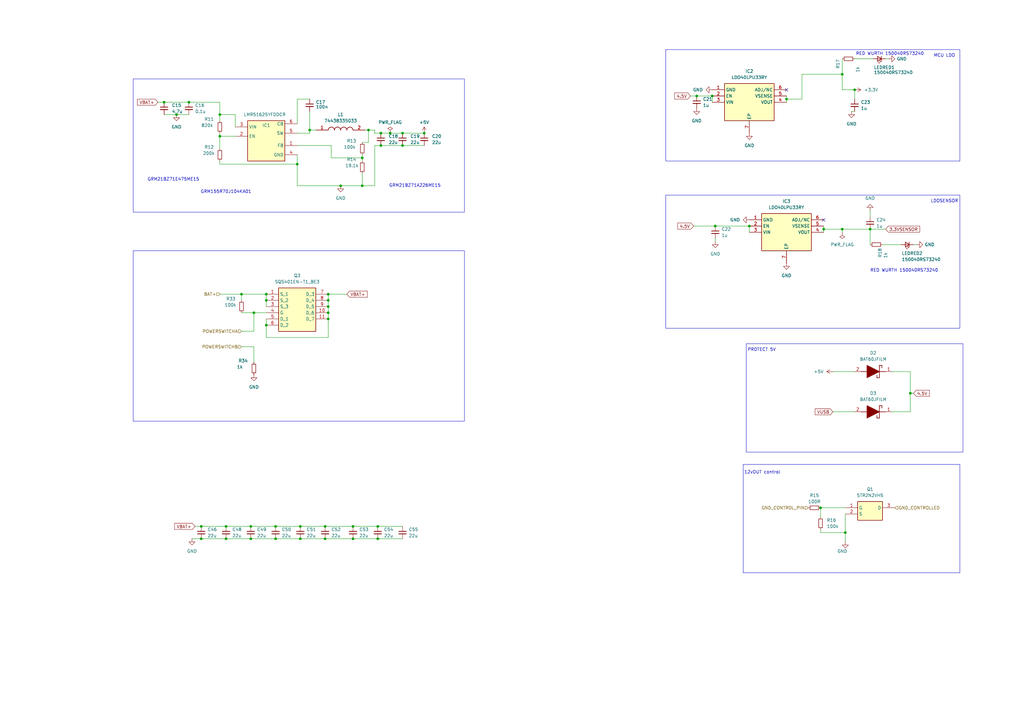
<source format=kicad_sch>
(kicad_sch (version 20250114) (generator "eeschema") (generator_version "9.0")
  (paper "A3")
  (lib_symbols
    (symbol "Device:C_Small" (pin_numbers (hide yes)) (pin_names (offset 0.254) (hide yes))
      (property "Reference" "C" (at 0.254 1.778 0))
      (property "Value" "C_Small" (at 0.254 -2.032 0))
      (symbol "C_Small_0_1"
        (polyline (pts (xy -1.524 0.508) (xy 1.524 0.508)) (stroke (width 0.3048)))
        (polyline (pts (xy -1.524 -0.508) (xy 1.524 -0.508)) (stroke (width 0.3302)))
      )
      (symbol "C_Small_1_1"
        (pin passive line (at 0 2.54 270) (length 2.032) (name "~") (number "1"))
        (pin passive line (at 0 -2.54 90) (length 2.032) (name "~") (number "2"))
      )
    )
    (symbol "Device:R_Small" (pin_numbers (hide yes)) (pin_names (offset 0.254) (hide yes))
      (property "Reference" "R" (at 0.762 0.508 0))
      (property "Value" "R_Small" (at 0.762 -1.016 0))
      (symbol "R_Small_0_1"
        (rectangle (start -0.762 1.778) (end 0.762 -1.778) (stroke (width 0.2032)))
      )
      (symbol "R_Small_1_1"
        (pin passive line (at 0 2.54 270) (length 0.762) (name "~") (number "1"))
        (pin passive line (at 0 -2.54 90) (length 0.762) (name "~") (number "2"))
      )
    )
    (symbol "LED_Small_2" (pin_numbers (hide yes)) (pin_names (offset 0.254) (hide yes))
      (property "Reference" "D" (at -1.27 3.175 0))
      (property "Value" "LED_Small" (at -4.445 -2.54 0))
      (symbol "LED_Small_2_0_1"
        (polyline (pts (xy -0.762 -1.016) (xy -0.762 1.016)) (stroke (width 0.254)))
        (polyline (pts (xy 0 0.762) (xy -0.508 1.27) (xy -0.254 1.27) (xy -0.508 1.27) (xy -0.508 1.016)))
        (polyline (pts (xy 0.508 1.27) (xy 0 1.778) (xy 0.254 1.778) (xy 0 1.778) (xy 0 1.524)))
        (polyline (pts (xy 0.762 -1.016) (xy -0.762 0) (xy 0.762 1.016) (xy 0.762 -1.016)) (stroke (width 0.254)))
        (polyline (pts (xy 1.016 0) (xy -0.762 0)))
      )
      (symbol "LED_Small_2_1_1"
        (pin passive line (at -2.54 0 0) (length 1.778) (name "K") (number "1"))
        (pin passive line (at 2.54 0 180) (length 1.778) (name "A") (number "2"))
      )
    )
    (symbol "LED_Small_3" (pin_numbers (hide yes)) (pin_names (offset 0.254) (hide yes))
      (property "Reference" "D" (at -1.27 3.175 0))
      (property "Value" "LED_Small" (at -4.445 -2.54 0))
      (symbol "LED_Small_3_0_1"
        (polyline (pts (xy -0.762 -1.016) (xy -0.762 1.016)) (stroke (width 0.254)))
        (polyline (pts (xy 0 0.762) (xy -0.508 1.27) (xy -0.254 1.27) (xy -0.508 1.27) (xy -0.508 1.016)))
        (polyline (pts (xy 0.508 1.27) (xy 0 1.778) (xy 0.254 1.778) (xy 0 1.778) (xy 0 1.524)))
        (polyline (pts (xy 0.762 -1.016) (xy -0.762 0) (xy 0.762 1.016) (xy 0.762 -1.016)) (stroke (width 0.254)))
        (polyline (pts (xy 1.016 0) (xy -0.762 0)))
      )
      (symbol "LED_Small_3_1_1"
        (pin passive line (at -2.54 0 0) (length 1.778) (name "K") (number "1"))
        (pin passive line (at 2.54 0 180) (length 1.778) (name "A") (number "2"))
      )
    )
    (symbol "ldo40puryy:LDO40LPU33RY"
      (property "Reference" "IC" (at 26.67 7.62 0))
      (property "Value" "LDO40LPU33RY" (at 26.67 5.08 0))
      (symbol "LDO40LPU33RY_1_1"
        (rectangle (start 5.08 2.54) (end 25.4 -12.7) (stroke (width 0.254)) (fill (type background)))
        (pin passive line (at 0 0 0) (length 5.08) (name "GND") (number "1"))
        (pin passive line (at 0 -2.54 0) (length 5.08) (name "EN") (number "2"))
        (pin passive line (at 0 -5.08 0) (length 5.08) (name "VIN") (number "3"))
        (pin passive line (at 15.24 -17.78 90) (length 5.08) (name "EP") (number "7"))
        (pin passive line (at 30.48 0 180) (length 5.08) (name "ADJ/NC") (number "6"))
        (pin passive line (at 30.48 -2.54 180) (length 5.08) (name "VSENSE") (number "5"))
        (pin passive line (at 30.48 -5.08 180) (length 5.08) (name "VOUT") (number "4"))
      )
    )
    (symbol "power:+3.3V" (power) (pin_numbers (hide yes)) (pin_names (offset 0) (hide yes))
      (property "Value" "+3.3V" (at 0 3.556 0))
      (symbol "+3.3V_0_1"
        (polyline (pts (xy -0.762 1.27) (xy 0 2.54)))
        (polyline (pts (xy 0 2.54) (xy 0.762 1.27)))
        (polyline (pts (xy 0 0) (xy 0 2.54)))
      )
      (symbol "+3.3V_1_1"
        (pin power_in line (at 0 0 90) (length 0) (name "~") (number "1"))
      )
    )
    (symbol "power:+5V" (power) (pin_numbers (hide yes)) (pin_names (offset 0) (hide yes))
      (property "Value" "+5V" (at 0 3.556 0))
      (symbol "+5V_0_1"
        (polyline (pts (xy -0.762 1.27) (xy 0 2.54)))
        (polyline (pts (xy 0 2.54) (xy 0.762 1.27)))
        (polyline (pts (xy 0 0) (xy 0 2.54)))
      )
      (symbol "+5V_1_1"
        (pin power_in line (at 0 0 90) (length 0) (name "~") (number "1"))
      )
    )
    (symbol "power:GND" (power) (pin_numbers (hide yes)) (pin_names (offset 0) (hide yes))
      (property "Value" "GND" (at 0 -3.81 0))
      (symbol "GND_0_1"
        (polyline (pts (xy 0 0) (xy 0 -1.27) (xy 1.27 -1.27) (xy 0 -2.54) (xy -1.27 -1.27) (xy 0 -1.27)))
      )
      (symbol "GND_1_1"
        (pin power_in line (at 0 0 270) (length 0) (name "~") (number "1"))
      )
    )
    (symbol "power:PWR_FLAG" (power) (pin_numbers (hide yes)) (pin_names (offset 0) (hide yes))
      (property "Value" "PWR_FLAG" (at 0 3.81 0))
      (symbol "PWR_FLAG_0_0"
        (pin power_out line (at 0 0 90) (length 0) (name "~") (number "1"))
      )
      (symbol "PWR_FLAG_0_1"
        (polyline (pts (xy 0 0) (xy 0 1.27) (xy -1.016 1.905) (xy 0 2.54) (xy 1.016 1.905) (xy 0 1.27)))
      )
    )
    (symbol "samacsys:74438335033" (pin_names (hide yes))
      (property "Reference" "L" (at 16.51 6.35 0))
      (property "Value" "74438335033" (at 16.51 3.81 0))
      (symbol "74438335033_1_1"
        (arc (start 5.08 0) (mid 6.35 1.219) (end 7.62 0) (stroke (width 0.254)))
        (arc (start 7.62 0) (mid 8.89 1.219) (end 10.16 0) (stroke (width 0.254)))
        (arc (start 10.16 0) (mid 11.43 1.219) (end 12.7 0) (stroke (width 0.254)))
        (arc (start 12.7 0) (mid 13.97 1.219) (end 15.24 0) (stroke (width 0.254)))
        (pin passive line (at 0 0 0) (length 5.08) (name "1") (number "1"))
        (pin passive line (at 20.32 0 180) (length 5.08) (name "2") (number "2"))
      )
    )
    (symbol "samacsys:BAT60JFILM" (pin_names (hide yes))
      (property "Reference" "D" (at 12.7 8.89 0))
      (property "Value" "BAT60JFILM" (at 12.7 6.35 0))
      (symbol "BAT60JFILM_1_1"
        (polyline (pts (xy 5.08 0) (xy 7.62 0)) (stroke (width 0.254)))
        (polyline (pts (xy 6.604 -1.524) (xy 6.604 -2.54)) (stroke (width 0.254)))
        (polyline (pts (xy 7.62 2.54) (xy 7.62 -2.54)) (stroke (width 0.254)))
        (polyline (pts (xy 7.62 2.54) (xy 8.636 2.54)) (stroke (width 0.254)))
        (polyline (pts (xy 7.62 0) (xy 12.7 2.54) (xy 12.7 -2.54) (xy 7.62 0)) (stroke (width 0.254)) (fill (type outline)))
        (polyline (pts (xy 7.62 -2.54) (xy 6.604 -2.54)) (stroke (width 0.254)))
        (polyline (pts (xy 8.636 1.524) (xy 8.636 2.54)) (stroke (width 0.254)))
        (polyline (pts (xy 12.7 0) (xy 15.24 0)) (stroke (width 0.254)))
        (pin passive line (at 2.54 0 0) (length 2.54) (name "K") (number "1"))
        (pin passive line (at 17.78 0 180) (length 2.54) (name "A") (number "2"))
      )
    )
    (symbol "samacsys:LMR51625YFDDCR"
      (property "Reference" "IC" (at 11.43 15.24 0))
      (property "Value" "LMR51625YFDDCR" (at 5.08 12.7 0))
      (symbol "LMR51625YFDDCR_1_1"
        (rectangle (start 5.08 8.89) (end 20.32 -7.62) (stroke (width 0.254)) (fill (type background)))
        (pin passive line (at 0 6.35 0) (length 5.08) (name "VIN") (number "3"))
        (pin passive line (at 0 2.54 0) (length 5.08) (name "EN") (number "2"))
        (pin passive line (at 25.4 7.62 180) (length 5.08) (name "CB") (number "6"))
        (pin passive line (at 25.4 3.81 180) (length 5.08) (name "SW") (number "5"))
        (pin passive line (at 25.4 -1.27 180) (length 5.08) (name "FB") (number "1"))
        (pin passive line (at 25.4 -5.08 180) (length 5.08) (name "GND") (number "4"))
      )
    )
    (symbol "samacsys:SQS401EN-T1_BE3"
      (property "Reference" "Q" (at 21.59 7.62 0))
      (property "Value" "SQS401EN-T1_BE3" (at 21.59 5.08 0))
      (symbol "SQS401EN-T1_BE3_1_1"
        (rectangle (start 5.08 2.54) (end 20.32 -15.24) (stroke (width 0.254)) (fill (type background)))
        (pin passive line (at 0 0 0) (length 5.08) (name "S_1") (number "1"))
        (pin passive line (at 0 -2.54 0) (length 5.08) (name "S_2") (number "2"))
        (pin passive line (at 0 -5.08 0) (length 5.08) (name "S_3") (number "3"))
        (pin passive line (at 0 -7.62 0) (length 5.08) (name "G") (number "4"))
        (pin passive line (at 0 -10.16 0) (length 5.08) (name "D_1") (number "5"))
        (pin passive line (at 0 -12.7 0) (length 5.08) (name "D_2") (number "6"))
        (pin passive line (at 25.4 0 180) (length 5.08) (name "D_3") (number "7"))
        (pin passive line (at 25.4 -2.54 180) (length 5.08) (name "D_4") (number "8"))
        (pin passive line (at 25.4 -5.08 180) (length 5.08) (name "D_5") (number "9"))
        (pin passive line (at 25.4 -7.62 180) (length 5.08) (name "D_6") (number "10"))
        (pin passive line (at 25.4 -10.16 180) (length 5.08) (name "D_7") (number "11"))
      )
    )
    (symbol "samacsys:STR2N2VH5"
      (property "Reference" "Q" (at 16.51 7.62 0))
      (property "Value" "STR2N2VH5" (at 16.51 5.08 0))
      (symbol "STR2N2VH5_1_1"
        (rectangle (start 5.08 2.54) (end 15.24 -5.08) (stroke (width 0.254)) (fill (type background)))
        (pin passive line (at 0 0 0) (length 5.08) (name "G") (number "1"))
        (pin passive line (at 0 -2.54 0) (length 5.08) (name "S") (number "2"))
        (pin passive line (at 20.32 0 180) (length 5.08) (name "D") (number "3"))
      )
    )
  )
  (rectangle (start 54.61 32.385) (end 190.5 86.995))
  (rectangle (start 306.07 140.97) (end 394.97 185.42))
  (rectangle (start 54.61 102.87) (end 190.5 172.72))
  (rectangle (start 304.8 190.5) (end 393.7 234.95))
  (rectangle (start 273.05 20.32) (end 393.7 66.04))
  (rectangle (start 273.05 80.01) (end 393.7 134.62))
  (text "GRM21BZ71E475ME15\n" (at 71.12 73.66 0) (effects (font (size 1.27 1.27))))
  (text "GRM21BZ71A226ME15" (at 170.18 76.2 0) (effects (font (size 1.27 1.27))))
  (text "RED WURTH 150040RS73240" (at 364.998 22.098 0) (effects (font (size 1.27 1.27))))
  (text "LDOSENSOR" (at 387.35 82.55 0) (effects (font (size 1.27 1.27))))
  (text "RED WURTH 150040RS73240" (at 370.84 110.998 0) (effects (font (size 1.27 1.27))))
  (text "MCU LDO" (at 387.35 22.86 0) (effects (font (size 1.27 1.27))))
  (text "PROTECT 5V" (at 312.42 143.51 0) (effects (font (size 1.27 1.27))))
  (text "GRM155R70J104KA01\n" (at 92.71 78.74 0) (effects (font (size 1.27 1.27))))
  (text "12vOUT control" (at 312.674 193.04 0) (effects (font (size 1.27 1.27)) (justify top)))
  (junction (at 293.37 92.71))
  (junction (at 173.99 54.61))
  (junction (at 134.62 123.19))
  (junction (at 90.17 55.88))
  (junction (at 337.82 93.98))
  (junction (at 92.71 220.98))
  (junction (at 307.34 92.71))
  (junction (at 134.62 120.65))
  (junction (at 99.06 120.65))
  (junction (at 148.59 76.2))
  (junction (at 121.92 67.31))
  (junction (at 139.7 76.2))
  (junction (at 104.14 128.27))
  (junction (at 151.13 53.34))
  (junction (at 134.62 125.73))
  (junction (at 154.94 220.98))
  (junction (at 336.55 208.28))
  (junction (at 165.1 59.69))
  (junction (at 109.22 133.35))
  (junction (at 67.31 41.91))
  (junction (at 154.94 215.9))
  (junction (at 90.17 46.99))
  (junction (at 102.87 220.98))
  (junction (at 148.59 64.77))
  (junction (at 356.87 93.98))
  (junction (at 123.19 215.9))
  (junction (at 144.78 215.9))
  (junction (at 102.87 215.9))
  (junction (at 134.62 128.27))
  (junction (at 156.21 54.61))
  (junction (at 373.38 161.29))
  (junction (at 156.21 59.69))
  (junction (at 109.22 123.19))
  (junction (at 346.71 218.44))
  (junction (at 133.35 215.9))
  (junction (at 160.02 54.61))
  (junction (at 350.52 36.83))
  (junction (at 322.58 40.64))
  (junction (at 82.55 220.98))
  (junction (at 92.71 215.9))
  (junction (at 82.55 215.9))
  (junction (at 109.22 120.65))
  (junction (at 123.19 220.98))
  (junction (at 72.39 46.99))
  (junction (at 144.78 220.98))
  (junction (at 113.03 215.9))
  (junction (at 292.1 39.37))
  (junction (at 113.03 220.98))
  (junction (at 285.75 39.37))
  (junction (at 133.35 220.98))
  (junction (at 345.44 93.98))
  (junction (at 165.1 54.61))
  (junction (at 77.47 41.91))
  (junction (at 127 53.34))
  (junction (at 134.62 130.81))
  (junction (at 345.44 30.48))
  (no_connect (at 322.58 36.83))
  (no_connect (at 337.82 90.17))
  (wire (pts (xy 144.78 220.98) (xy 154.94 220.98)))
  (wire (pts (xy 341.63 168.91) (xy 350.52 168.91)))
  (wire (pts (xy 293.37 92.71) (xy 307.34 92.71)))
  (wire (pts (xy 90.17 55.88) (xy 96.52 55.88)))
  (wire (pts (xy 134.62 120.65) (xy 134.62 123.19)))
  (wire (pts (xy 96.52 46.99) (xy 96.52 52.07)))
  (wire (pts (xy 67.31 46.99) (xy 72.39 46.99)))
  (wire (pts (xy 99.06 120.65) (xy 99.06 123.19)))
  (wire (pts (xy 90.17 120.65) (xy 99.06 120.65)))
  (wire (pts (xy 104.14 128.27) (xy 104.14 135.89)))
  (wire (pts (xy 104.14 142.24) (xy 104.14 148.59)))
  (wire (pts (xy 148.59 76.2) (xy 153.67 76.2)))
  (wire (pts (xy 373.38 168.91) (xy 373.38 161.29)))
  (wire (pts (xy 151.13 58.42) (xy 151.13 53.34)))
  (wire (pts (xy 361.95 100.33) (xy 369.57 100.33)))
  (wire (pts (xy 90.17 67.31) (xy 90.17 66.04)))
  (wire (pts (xy 374.65 100.33) (xy 375.92 100.33)))
  (wire (pts (xy 151.13 53.34) (xy 153.67 53.34)))
  (wire (pts (xy 148.59 64.77) (xy 148.59 66.04)))
  (wire (pts (xy 337.82 93.98) (xy 337.82 95.25)))
  (wire (pts (xy 346.71 208.28) (xy 336.55 208.28)))
  (wire (pts (xy 82.55 215.9) (xy 92.71 215.9)))
  (wire (pts (xy 365.76 168.91) (xy 373.38 168.91)))
  (wire (pts (xy 173.99 59.69) (xy 165.1 59.69)))
  (wire (pts (xy 328.93 40.64) (xy 328.93 30.48)))
  (wire (pts (xy 90.17 67.31) (xy 121.92 67.31)))
  (wire (pts (xy 134.62 138.43) (xy 134.62 130.81)))
  (wire (pts (xy 153.67 53.34) (xy 153.67 54.61)))
  (wire (pts (xy 346.71 210.82) (xy 346.71 218.44)))
  (wire (pts (xy 77.47 41.91) (xy 90.17 41.91)))
  (wire (pts (xy 292.1 39.37) (xy 292.1 41.91)))
  (wire (pts (xy 356.87 93.98) (xy 356.87 100.33)))
  (wire (pts (xy 336.55 208.28) (xy 336.55 212.09)))
  (wire (pts (xy 139.7 76.2) (xy 148.59 76.2)))
  (wire (pts (xy 121.92 63.5) (xy 121.92 67.31)))
  (wire (pts (xy 135.89 64.77) (xy 148.59 64.77)))
  (wire (pts (xy 99.06 142.24) (xy 104.14 142.24)))
  (wire (pts (xy 104.14 128.27) (xy 99.06 128.27)))
  (wire (pts (xy 90.17 46.99) (xy 96.52 46.99)))
  (wire (pts (xy 92.71 215.9) (xy 102.87 215.9)))
  (wire (pts (xy 154.94 220.98) (xy 165.1 220.98)))
  (wire (pts (xy 341.63 152.4) (xy 350.52 152.4)))
  (wire (pts (xy 123.19 220.98) (xy 133.35 220.98)))
  (wire (pts (xy 345.44 36.83) (xy 350.52 36.83)))
  (wire (pts (xy 109.22 130.81) (xy 109.22 133.35)))
  (wire (pts (xy 322.58 40.64) (xy 322.58 41.91)))
  (wire (pts (xy 90.17 41.91) (xy 90.17 46.99)))
  (wire (pts (xy 374.65 161.29) (xy 373.38 161.29)))
  (wire (pts (xy 127 53.34) (xy 129.54 53.34)))
  (wire (pts (xy 90.17 55.88) (xy 90.17 60.96)))
  (wire (pts (xy 336.55 218.44) (xy 336.55 217.17)))
  (wire (pts (xy 123.19 215.9) (xy 133.35 215.9)))
  (wire (pts (xy 148.59 58.42) (xy 151.13 58.42)))
  (wire (pts (xy 99.06 135.89) (xy 104.14 135.89)))
  (wire (pts (xy 356.87 93.98) (xy 363.22 93.98)))
  (wire (pts (xy 154.94 215.9) (xy 165.1 215.9)))
  (wire (pts (xy 134.62 123.19) (xy 134.62 125.73)))
  (wire (pts (xy 109.22 128.27) (xy 104.14 128.27)))
  (wire (pts (xy 142.24 120.65) (xy 134.62 120.65)))
  (wire (pts (xy 102.87 220.98) (xy 113.03 220.98)))
  (wire (pts (xy 356.87 88.9) (xy 356.87 86.36)))
  (wire (pts (xy 153.67 54.61) (xy 156.21 54.61)))
  (wire (pts (xy 109.22 123.19) (xy 109.22 125.73)))
  (wire (pts (xy 165.1 54.61) (xy 173.99 54.61)))
  (wire (pts (xy 350.52 24.13) (xy 358.14 24.13)))
  (wire (pts (xy 149.86 53.34) (xy 151.13 53.34)))
  (wire (pts (xy 337.82 93.98) (xy 345.44 93.98)))
  (wire (pts (xy 80.01 215.9) (xy 82.55 215.9)))
  (wire (pts (xy 349.25 45.72) (xy 350.52 45.72)))
  (wire (pts (xy 307.34 92.71) (xy 307.34 95.25)))
  (wire (pts (xy 134.62 128.27) (xy 134.62 130.81)))
  (wire (pts (xy 99.06 120.65) (xy 109.22 120.65)))
  (wire (pts (xy 121.92 59.69) (xy 135.89 59.69)))
  (wire (pts (xy 109.22 120.65) (xy 109.22 123.19)))
  (wire (pts (xy 156.21 59.69) (xy 153.67 59.69)))
  (wire (pts (xy 72.39 46.99) (xy 77.47 46.99)))
  (wire (pts (xy 113.03 215.9) (xy 123.19 215.9)))
  (wire (pts (xy 345.44 36.83) (xy 345.44 30.48)))
  (wire (pts (xy 350.52 36.83) (xy 350.52 40.64)))
  (wire (pts (xy 102.87 215.9) (xy 113.03 215.9)))
  (wire (pts (xy 346.71 222.25) (xy 346.71 218.44)))
  (wire (pts (xy 144.78 215.9) (xy 154.94 215.9)))
  (wire (pts (xy 365.76 152.4) (xy 373.38 152.4)))
  (wire (pts (xy 127 45.72) (xy 127 53.34)))
  (wire (pts (xy 322.58 40.64) (xy 328.93 40.64)))
  (wire (pts (xy 64.77 41.91) (xy 67.31 41.91)))
  (wire (pts (xy 285.75 39.37) (xy 292.1 39.37)))
  (wire (pts (xy 148.59 71.12) (xy 148.59 76.2)))
  (wire (pts (xy 82.55 220.98) (xy 92.71 220.98)))
  (wire (pts (xy 160.02 54.61) (xy 165.1 54.61)))
  (wire (pts (xy 78.74 220.98) (xy 82.55 220.98)))
  (wire (pts (xy 113.03 220.98) (xy 123.19 220.98)))
  (wire (pts (xy 346.71 218.44) (xy 336.55 218.44)))
  (wire (pts (xy 90.17 54.61) (xy 90.17 55.88)))
  (wire (pts (xy 127 54.61) (xy 127 53.34)))
  (wire (pts (xy 284.48 92.71) (xy 293.37 92.71)))
  (wire (pts (xy 121.92 40.64) (xy 121.92 50.8)))
  (wire (pts (xy 67.31 41.91) (xy 77.47 41.91)))
  (wire (pts (xy 148.59 63.5) (xy 148.59 64.77)))
  (wire (pts (xy 345.44 93.98) (xy 345.44 95.25)))
  (wire (pts (xy 373.38 152.4) (xy 373.38 161.29)))
  (wire (pts (xy 156.21 54.61) (xy 160.02 54.61)))
  (wire (pts (xy 293.37 97.79) (xy 293.37 99.06)))
  (wire (pts (xy 345.44 24.13) (xy 345.44 30.48)))
  (wire (pts (xy 139.7 76.2) (xy 121.92 76.2)))
  (wire (pts (xy 121.92 67.31) (xy 121.92 76.2)))
  (wire (pts (xy 283.21 39.37) (xy 285.75 39.37)))
  (wire (pts (xy 133.35 215.9) (xy 144.78 215.9)))
  (wire (pts (xy 92.71 220.98) (xy 102.87 220.98)))
  (wire (pts (xy 133.35 220.98) (xy 144.78 220.98)))
  (wire (pts (xy 134.62 125.73) (xy 134.62 128.27)))
  (wire (pts (xy 337.82 92.71) (xy 337.82 93.98)))
  (wire (pts (xy 121.92 54.61) (xy 127 54.61)))
  (wire (pts (xy 90.17 46.99) (xy 90.17 49.53)))
  (wire (pts (xy 153.67 59.69) (xy 153.67 76.2)))
  (wire (pts (xy 328.93 30.48) (xy 345.44 30.48)))
  (wire (pts (xy 121.92 40.64) (xy 127 40.64)))
  (wire (pts (xy 165.1 59.69) (xy 156.21 59.69)))
  (wire (pts (xy 322.58 39.37) (xy 322.58 40.64)))
  (wire (pts (xy 109.22 133.35) (xy 109.22 138.43)))
  (wire (pts (xy 345.44 93.98) (xy 356.87 93.98)))
  (wire (pts (xy 109.22 138.43) (xy 134.62 138.43)))
  (wire (pts (xy 135.89 59.69) (xy 135.89 64.77)))
  (wire (pts (xy 363.22 24.13) (xy 364.49 24.13)))
  (global_label "VBAT+" (shape input) (at 142.24 120.65 0) (property "Intersheetrefs" "${INTERSHEET_REFS}" (effects (hide yes))))
  (global_label "VUSB" (shape input) (at 341.63 168.91 180) (property "Intersheetrefs" "${INTERSHEET_REFS}" (effects (hide yes))))
  (global_label "VBAT+" (shape input) (at 80.01 215.9 180) (property "Intersheetrefs" "${INTERSHEET_REFS}" (effects (hide yes))))
  (global_label "VBAT+" (shape input) (at 64.77 41.91 180) (property "Intersheetrefs" "${INTERSHEET_REFS}" (effects (hide yes))))
  (global_label "4.5V" (shape input) (at 283.21 39.37 180) (property "Intersheetrefs" "${INTERSHEET_REFS}" (effects (hide yes))))
  (global_label "3.3VSENSOR" (shape input) (at 363.22 93.98 0) (property "Intersheetrefs" "${INTERSHEET_REFS}" (effects (hide yes))))
  (global_label "4.5V" (shape input) (at 284.48 92.71 180) (property "Intersheetrefs" "${INTERSHEET_REFS}" (effects (hide yes))))
  (global_label "4.5V" (shape input) (at 374.65 161.29 0) (property "Intersheetrefs" "${INTERSHEET_REFS}" (effects (hide yes))))
  (hierarchical_label "GND_CONTROLLED" (shape input) (at 367.03 208.28 0))
  (hierarchical_label "GND_CONTROL_PIN" (shape input) (at 331.47 208.28 180))
  (hierarchical_label "BAT+" (shape input) (at 90.17 120.65 180))
  (hierarchical_label "POWERSWITCHB" (shape input) (at 99.06 142.24 180))
  (hierarchical_label "POWERSWITCHA" (shape input) (at 99.06 135.89 180))
  (symbol (lib_id "Device:R_Small") (at 148.59 68.58 0) (unit 1)
    (property "Reference" "R14" (at 142.24 65.405 0) (effects (justify left)))
    (property "Value" "19.1k" (at 141.605 67.945 0) (effects (justify left)))
    (property "Footprint" "samacsys:R_0201_custom" (effects (hide yes)))
    (property "Description" "Resistor, small symbol" (effects (hide yes)))
  )
  (symbol (lib_id "Device:R_Small") (at 336.55 214.63 0) (unit 1)
    (property "Reference" "R16" (at 339.09 213.3599 0) (effects (justify left)))
    (property "Value" "100k" (at 339.09 215.8999 0) (effects (justify left)))
    (property "Footprint" "samacsys:R_0201_custom" (effects (hide yes)))
    (property "Description" "Resistor, small symbol" (effects (hide yes)))
    (property "Manufacturer_Part_Number" "ERJ-1GNF1003C" (effects (hide yes)))
    (property "Mouser Part Number" "667-ERJ-1GNF1003C" (effects (hide yes)))
    (property "Manufacturer_Name" "Panasonic" (effects (hide yes)))
  )
  (symbol (lib_id "Device:R_Small") (at 148.59 60.96 0) (unit 1)
    (property "Reference" "R13" (at 142.24 57.785 0) (effects (justify left)))
    (property "Value" "100k" (at 140.97 60.325 0) (effects (justify left)))
    (property "Footprint" "Resistor_SMD:R_0201_0603Metric" (effects (hide yes)))
    (property "Description" "Resistor, small symbol" (effects (hide yes)))
  )
  (symbol (lib_id "power:GND") (at 356.87 86.36 180) (unit 1)
    (property "Reference" "#PWR032" (effects (hide yes)))
    (property "Value" "GND" (at 356.87 81.28 0))
    (property "Description" "Power symbol creates a global label with name \"GND\" , ground" (effects (hide yes)))
  )
  (symbol (lib_id "power:GND") (at 349.25 45.72 0) (unit 1)
    (property "Reference" "#PWR030" (effects (hide yes)))
    (property "Value" "GND" (at 349.25 50.8 0))
    (property "Description" "Power symbol creates a global label with name \"GND\" , ground" (effects (hide yes)))
  )
  (symbol (lib_id "Device:C_Small") (at 154.94 218.44 0) (unit 1)
    (property "Reference" "C54" (at 157.48 217.1762 0) (effects (justify left)))
    (property "Value" "22u" (at 157.48 219.7162 0) (effects (justify left)))
    (property "Footprint" "Capacitor_SMD:C_0805_2012Metric" (effects (hide yes)))
    (property "Description" "Unpolarized capacitor, small symbol" (effects (hide yes)))
  )
  (symbol (lib_id "power:GND") (at 285.75 44.45 0) (unit 1)
    (property "Reference" "#PWR022" (effects (hide yes)))
    (property "Value" "GND" (at 285.75 49.53 0))
    (property "Description" "Power symbol creates a global label with name \"GND\" , ground" (effects (hide yes)))
  )
  (symbol (lib_id "Device:R_Small") (at 90.17 52.07 0) (unit 1)
    (property "Reference" "R11" (at 83.82 48.895 0) (effects (justify left)))
    (property "Value" "820k" (at 82.55 51.435 0) (effects (justify left)))
    (property "Footprint" "Resistor_SMD:R_0201_0603Metric" (effects (hide yes)))
    (property "Description" "Resistor, small symbol" (effects (hide yes)))
  )
  (symbol (lib_id "samacsys:BAT60JFILM") (at 368.3 168.91 180) (unit 1)
    (property "Reference" "D3" (at 358.14 161.29 0))
    (property "Value" "BAT60JFILM" (at 358.14 163.83 0))
    (property "Footprint" "samacsys:SOD2513X117N" (effects (hide yes)))
    (property "Datasheet" "https://www.mouser.jp/datasheet/2/389/cd00001944-1795661.pdf" (effects (hide yes)))
    (property "Description" "SMALL SIGNAL SCHOTTKY DIODE" (effects (hide yes)))
    (property "Height" "1.17" (effects (hide yes)))
    (property "Mouser Part Number" "511-BAT60JFILM" (effects (hide yes)))
    (property "Mouser Price/Stock" "https://www.mouser.co.uk/ProductDetail/STMicroelectronics/BAT60JFILM?qs=GnFZssByvVVVnMaukcyLZg%3D%3D" (effects (hide yes)))
    (property "Manufacturer_Name" "STMicroelectronics" (effects (hide yes)))
    (property "Manufacturer_Part_Number" "BAT60JFILM" (effects (hide yes)))
  )
  (symbol (lib_id "Device:R_Small") (at 90.17 63.5 0) (unit 1)
    (property "Reference" "R12" (at 83.82 60.325 0) (effects (justify left)))
    (property "Value" "200k" (at 83.185 62.865 0) (effects (justify left)))
    (property "Footprint" "samacsys:R_0201_custom" (effects (hide yes)))
    (property "Description" "Resistor, small symbol" (effects (hide yes)))
  )
  (symbol (lib_id "Device:C_Small") (at 293.37 95.25 0) (unit 1)
    (property "Reference" "C22" (at 295.91 93.9862 0) (effects (justify left)))
    (property "Value" "1u" (at 295.91 96.5262 0) (effects (justify left)))
    (property "Footprint" "Capacitor_SMD:C_0402_1005Metric" (effects (hide yes)))
    (property "Description" "Unpolarized capacitor, small symbol" (effects (hide yes)))
    (property "Manufacturer_Part_Number" "885012105012 " (effects (hide yes)))
    (property "Mouser Part Number" "710-885012105012 " (effects (hide yes)))
    (property "Manufacturer_Name" "Wurth Elektronik" (effects (hide yes)))
  )
  (symbol (lib_id "Device:C_Small") (at 285.75 41.91 0) (unit 1)
    (property "Reference" "C21" (at 288.29 40.6462 0) (effects (justify left)))
    (property "Value" "1u" (at 288.29 43.1862 0) (effects (justify left)))
    (property "Footprint" "Capacitor_SMD:C_0402_1005Metric" (effects (hide yes)))
    (property "Description" "Unpolarized capacitor, small symbol" (effects (hide yes)))
    (property "Manufacturer_Part_Number" "885012105012 " (effects (hide yes)))
    (property "Mouser Part Number" "710-885012105012 " (effects (hide yes)))
    (property "Manufacturer_Name" "Wurth Elektronik" (effects (hide yes)))
  )
  (symbol (lib_id "power:+3.3V") (at 350.52 36.83 270) (unit 1)
    (property "Reference" "#PWR031" (effects (hide yes)))
    (property "Value" "+3.3V" (at 354.33 36.8299 90) (effects (justify left)))
    (property "Description" "Power symbol creates a global label with name \"+3.3V\"" (effects (hide yes)))
  )
  (symbol (lib_id "Device:C_Small") (at 102.87 218.44 0) (unit 1)
    (property "Reference" "C49" (at 105.41 217.1762 0) (effects (justify left)))
    (property "Value" "22u" (at 105.41 219.7162 0) (effects (justify left)))
    (property "Footprint" "Capacitor_SMD:C_0805_2012Metric" (effects (hide yes)))
    (property "Description" "Unpolarized capacitor, small symbol" (effects (hide yes)))
  )
  (symbol (lib_id "power:GND") (at 307.34 90.17 270) (unit 1)
    (property "Reference" "#PWR026" (effects (hide yes)))
    (property "Value" "GND" (at 303.53 90.1699 90) (effects (justify right)))
    (property "Description" "Power symbol creates a global label with name \"GND\" , ground" (effects (hide yes)))
  )
  (symbol (lib_id "power:GND") (at 364.49 24.13 90) (unit 1)
    (property "Reference" "#PWR033" (effects (hide yes)))
    (property "Value" "GND" (at 367.792 24.1299 90) (effects (justify right)))
    (property "Description" "Power symbol creates a global label with name \"GND\" , ground" (effects (hide yes)))
  )
  (symbol (lib_id "Device:R_Small") (at 359.41 100.33 90) (unit 1)
    (property "Reference" "R18" (at 360.934 105.664 0) (effects (justify left)))
    (property "Value" "1k" (at 363.22 105.918 0) (effects (justify left)))
    (property "Footprint" "samacsys:R_0201_custom" (effects (hide yes)))
    (property "Description" "Resistor, small symbol" (effects (hide yes)))
    (property "Manufacturer_Part_Number" "ERJ-1GNF1001C" (effects (hide yes)))
    (property "Mouser Part Number" " 667-ERJ-1GNF1001C" (effects (hide yes)))
    (property "Manufacturer_Name" "Panasonic" (effects (hide yes)))
  )
  (symbol (lib_id "ldo40puryy:LDO40LPU33RY") (at 307.34 90.17 0) (unit 1)
    (property "Reference" "IC3" (at 322.58 82.55 0))
    (property "Value" "LDO40LPU33RY" (at 322.58 85.09 0))
    (property "Footprint" "samacsys:SON95P300X300X90-7N-D" (effects (hide yes)))
    (property "Datasheet" "https://www.st.com/resource/en/datasheet/ldo40l.pdf" (effects (hide yes)))
    (property "Description" "LDO Voltage Regulators POWER MANAGEMENT" (effects (hide yes)))
    (property "Height" "0.9" (effects (hide yes)))
    (property "Manufacturer_Name" "STMicroelectronics" (effects (hide yes)))
    (property "Manufacturer_Part_Number" "LDO40LPU33RY" (effects (hide yes)))
    (property "Mouser Part Number" "511-LDO40LPU33RY" (effects (hide yes)))
    (property "Mouser Price/Stock" "https://www.mouser.co.uk/ProductDetail/STMicroelectronics/LDO40LPU33RY?qs=qSfuJ%252Bfl%2Fd5qazWclm%2Ffpg%3D%3D" (effects (hide yes)))
    (property "Arrow Part Number" "LDO40LPU33RY" (effects (hide yes)))
    (property "Arrow Price/Stock" "https://www.arrow.com/en/products/ldo40lpu33ry/stmicroelectronics?utm_currency=USD&region=europe" (effects (hide yes)))
  )
  (symbol (lib_id "Device:C_Small") (at 144.78 218.44 0) (unit 1)
    (property "Reference" "C53" (at 147.32 217.1762 0) (effects (justify left)))
    (property "Value" "22u" (at 147.32 219.7162 0) (effects (justify left)))
    (property "Footprint" "Capacitor_SMD:C_0805_2012Metric" (effects (hide yes)))
    (property "Description" "Unpolarized capacitor, small symbol" (effects (hide yes)))
  )
  (symbol (lib_id "Device:R_Small") (at 334.01 208.28 90) (unit 1)
    (property "Reference" "R15" (at 334.01 203.2 90))
    (property "Value" "100R" (at 334.01 205.74 90))
    (property "Footprint" "Resistor_SMD:R_0201_0603Metric" (effects (hide yes)))
    (property "Description" "Resistor, small symbol" (effects (hide yes)))
    (property "Manufacturer_Part_Number" "ERJ-1GNF1000C" (effects (hide yes)))
    (property "Manufacturer_Name" "Panasonic" (effects (hide yes)))
    (property "Mouser Part Number" "667-ERJ-1GNF1000C" (effects (hide yes)))
  )
  (symbol (lib_id "Device:C_Small") (at 123.19 218.44 0) (unit 1)
    (property "Reference" "C51" (at 125.73 217.1762 0) (effects (justify left)))
    (property "Value" "22u" (at 125.73 219.7162 0) (effects (justify left)))
    (property "Footprint" "Capacitor_SMD:C_0805_2012Metric" (effects (hide yes)))
    (property "Description" "Unpolarized capacitor, small symbol" (effects (hide yes)))
  )
  (symbol (lib_id "power:GND") (at 375.92 100.33 90) (unit 1)
    (property "Reference" "#PWR034" (effects (hide yes)))
    (property "Value" "GND" (at 379.222 100.3299 90) (effects (justify right)))
    (property "Description" "Power symbol creates a global label with name \"GND\" , ground" (effects (hide yes)))
  )
  (symbol (lib_id "Device:C_Small") (at 77.47 44.45 0) (unit 1)
    (property "Reference" "C16" (at 80.01 43.1862 0) (effects (justify left)))
    (property "Value" "0.1u" (at 80.01 45.7262 0) (effects (justify left)))
    (property "Footprint" "Capacitor_SMD:C_0402_1005Metric" (effects (hide yes)))
    (property "Description" "Unpolarized capacitor, small symbol" (effects (hide yes)))
  )
  (symbol (lib_id "Device:C_Small") (at 156.21 57.15 0) (unit 1)
    (property "Reference" "C18" (at 159.385 55.8862 0) (effects (justify left)))
    (property "Value" "22u" (at 159.385 58.4262 0) (effects (justify left)))
    (property "Footprint" "Capacitor_SMD:C_0805_2012Metric" (effects (hide yes)))
    (property "Description" "Unpolarized capacitor, small symbol" (effects (hide yes)))
  )
  (symbol (lib_id "Device:R_Small") (at 347.98 24.13 90) (unit 1)
    (property "Reference" "R17" (at 343.662 28.194 0) (effects (justify left)))
    (property "Value" "1k" (at 351.79 29.718 0) (effects (justify left)))
    (property "Footprint" "Resistor_SMD:R_0201_0603Metric" (effects (hide yes)))
    (property "Description" "Resistor, small symbol" (effects (hide yes)))
    (property "Manufacturer_Part_Number" "ERJ-1GNF1001C" (effects (hide yes)))
    (property "Mouser Part Number" " 667-ERJ-1GNF1001C" (effects (hide yes)))
    (property "Manufacturer_Name" "Panasonic" (effects (hide yes)))
  )
  (symbol (lib_id "Device:C_Small") (at 113.03 218.44 0) (unit 1)
    (property "Reference" "C50" (at 115.57 217.1762 0) (effects (justify left)))
    (property "Value" "22u" (at 115.57 219.7162 0) (effects (justify left)))
    (property "Footprint" "Capacitor_SMD:C_0805_2012Metric" (effects (hide yes)))
    (property "Description" "Unpolarized capacitor, small symbol" (effects (hide yes)))
  )
  (symbol (lib_id "Device:C_Small") (at 165.1 57.15 0) (unit 1)
    (property "Reference" "C19" (at 168.275 55.8862 0) (effects (justify left)))
    (property "Value" "22u" (at 168.275 58.4262 0) (effects (justify left)))
    (property "Footprint" "Capacitor_SMD:C_0805_2012Metric" (effects (hide yes)))
    (property "Description" "Unpolarized capacitor, small symbol" (effects (hide yes)))
  )
  (symbol (lib_id "Device:R_Small") (at 104.14 151.13 0) (unit 1)
    (property "Reference" "R34" (at 97.79 147.955 0) (effects (justify left)))
    (property "Value" "1k" (at 97.155 150.495 0) (effects (justify left)))
    (property "Footprint" "samacsys:R_0201_custom" (effects (hide yes)))
    (property "Description" "Resistor, small symbol" (effects (hide yes)))
  )
  (symbol (lib_id "power:PWR_FLAG") (at 160.02 54.61 0) (unit 1)
    (property "Reference" "#FLG03" (effects (hide yes)))
    (property "Value" "PWR_FLAG" (at 160.02 50.165 0))
    (property "Description" "Special symbol for telling ERC where power comes from" (effects (hide yes)))
  )
  (symbol (lib_id "Device:C_Small") (at 173.99 57.15 0) (unit 1)
    (property "Reference" "C20" (at 177.165 55.8862 0) (effects (justify left)))
    (property "Value" "22u" (at 177.165 58.4262 0) (effects (justify left)))
    (property "Footprint" "Capacitor_SMD:C_0805_2012Metric" (effects (hide yes)))
    (property "Description" "Unpolarized capacitor, small symbol" (effects (hide yes)))
  )
  (symbol (lib_id "power:GND") (at 346.71 222.25 0) (unit 1)
    (property "Reference" "#PWR029" (effects (hide yes)))
    (property "Value" "GND" (at 345.44 226.06 0))
    (property "Description" "Power symbol creates a global label with name \"GND\" , ground" (effects (hide yes)))
  )
  (symbol (lib_id "Device:C_Small") (at 350.52 43.18 0) (unit 1)
    (property "Reference" "C23" (at 353.06 41.9162 0) (effects (justify left)))
    (property "Value" "1u" (at 353.06 44.4562 0) (effects (justify left)))
    (property "Footprint" "Capacitor_SMD:C_0402_1005Metric" (effects (hide yes)))
    (property "Description" "Unpolarized capacitor, small symbol" (effects (hide yes)))
    (property "Manufacturer_Part_Number" "885012105012 " (effects (hide yes)))
    (property "Mouser Part Number" "710-885012105012 " (effects (hide yes)))
    (property "Manufacturer_Name" "Wurth Elektronik" (effects (hide yes)))
  )
  (symbol (lib_id "samacsys:STR2N2VH5") (at 346.71 208.28 0) (unit 1)
    (property "Reference" "Q1" (at 356.87 200.66 0))
    (property "Value" "STR2N2VH5" (at 356.87 203.2 0))
    (property "Footprint" "samacsys:SOT95P255X140-3N" (effects (hide yes)))
    (property "Datasheet" "http://www.st.com/web/en/resource/technical/document/datasheet/DM00068028.pdf" (effects (hide yes)))
    (property "Description" "STMICROELECTRONICS - STR2N2VH5 - Power MOSFET, N Channel, 20 V, 2.3 A, 0.025 ohm, SOT-23, Surface Mount" (effects (hide yes)))
    (property "Height" "1.4" (effects (hide yes)))
    (property "Manufacturer_Name" "STMicroelectronics" (effects (hide yes)))
    (property "Manufacturer_Part_Number" "STR2N2VH5" (effects (hide yes)))
    (property "Mouser Part Number" "511-STR2N2VH5" (effects (hide yes)))
    (property "Mouser Price/Stock" "https://www.mouser.co.uk/ProductDetail/STMicroelectronics/STR2N2VH5?qs=DqCdCwOw4%2F7ywJ4pldZRmw%3D%3D" (effects (hide yes)))
    (property "Arrow Part Number" "STR2N2VH5" (effects (hide yes)))
    (property "Arrow Price/Stock" "https://www.arrow.com/en/products/str2n2vh5/stmicroelectronics?region=europe" (effects (hide yes)))
  )
  (symbol (lib_id "samacsys:LMR51625YFDDCR") (at 96.52 58.42 0) (unit 1)
    (property "Reference" "IC1" (at 109.22 51.435 0))
    (property "Value" "LMR51625YFDDCR" (at 108.585 46.99 0))
    (property "Footprint" "samacsys:SOT95P280X110-6N" (effects (hide yes)))
    (property "Datasheet" "https://www.mouser.kr/ProductDetail/Texas-Instruments/LMR51625YFDDCR?qs=efUn273yAhe0Di9PgWnVVg%3D%3D" (effects (hide yes)))
    (property "Description" "Functional Safety-Capable  Documentation available to aid functional safety system design  Configured for rugged industrial applications:  4.3V to 60V input voltage range  2.5A or 3.5A continuous output current  Low operating quiescent current of 29uA  70ns minimum switching on time  400kHz amd 1.1MHz switching frequency  Frequency spread spectrum (PFM variant)  40C to 150C junction temperature range  96% maximum duty cycle  Monotonic start-up with prebiased output  Short-circu" (effects (hide yes)))
    (property "Height" "1.1" (effects (hide yes)))
    (property "Manufacturer_Name" "Texas Instruments" (effects (hide yes)))
    (property "Manufacturer_Part_Number" "LMR51625YFDDCR" (effects (hide yes)))
    (property "Mouser Part Number" "595-LMR51625YFDDCR" (effects (hide yes)))
    (property "Mouser Price/Stock" "https://www.mouser.co.uk/ProductDetail/Texas-Instruments/LMR51625YFDDCR?qs=efUn273yAhe0Di9PgWnVVg%3D%3D" (effects (hide yes)))
    (property "Arrow Part Number" "LMR51625YFDDCR" (effects (hide yes)))
    (property "Arrow Price/Stock" "https://www.arrow.com/en/products/lmr51625yfddcr/texas-instruments?utm_currency=USD&region=nac" (effects (hide yes)))
  )
  (symbol (lib_id "power:+5V") (at 173.99 54.61 0) (unit 1)
    (property "Reference" "#PWR021" (effects (hide yes)))
    (property "Value" "+5V" (at 173.99 50.165 0))
    (property "Description" "Power symbol creates a global label with name \"+5V\"" (effects (hide yes)))
  )
  (symbol (lib_id "Device:C_Small") (at 92.71 218.44 0) (unit 1)
    (property "Reference" "C48" (at 95.25 217.1762 0) (effects (justify left)))
    (property "Value" "22u" (at 95.25 219.7162 0) (effects (justify left)))
    (property "Footprint" "Capacitor_SMD:C_0805_2012Metric" (effects (hide yes)))
    (property "Description" "Unpolarized capacitor, small symbol" (effects (hide yes)))
  )
  (symbol (lib_id "ldo40puryy:LDO40LPU33RY") (at 292.1 36.83 0) (unit 1)
    (property "Reference" "IC2" (at 307.34 29.21 0))
    (property "Value" "LDO40LPU33RY" (at 307.34 31.75 0))
    (property "Footprint" "samacsys:SON95P300X300X90-7N-D" (effects (hide yes)))
    (property "Datasheet" "https://www.st.com/resource/en/datasheet/ldo40l.pdf" (effects (hide yes)))
    (property "Description" "LDO Voltage Regulators POWER MANAGEMENT" (effects (hide yes)))
    (property "Height" "0.9" (effects (hide yes)))
    (property "Manufacturer_Name" "STMicroelectronics" (effects (hide yes)))
    (property "Manufacturer_Part_Number" "LDO40LPU33RY" (effects (hide yes)))
    (property "Mouser Part Number" "511-LDO40LPU33RY" (effects (hide yes)))
    (property "Mouser Price/Stock" "https://www.mouser.co.uk/ProductDetail/STMicroelectronics/LDO40LPU33RY?qs=qSfuJ%252Bfl%2Fd5qazWclm%2Ffpg%3D%3D" (effects (hide yes)))
    (property "Arrow Part Number" "LDO40LPU33RY" (effects (hide yes)))
    (property "Arrow Price/Stock" "https://www.arrow.com/en/products/ldo40lpu33ry/stmicroelectronics?utm_currency=USD&region=europe" (effects (hide yes)))
  )
  (symbol (lib_id "power:GND") (at 307.34 54.61 0) (unit 1)
    (property "Reference" "#PWR025" (effects (hide yes)))
    (property "Value" "GND" (at 307.34 59.69 0))
    (property "Description" "Power symbol creates a global label with name \"GND\" , ground" (effects (hide yes)))
  )
  (symbol (lib_name "LED_Small_3") (lib_id "Device:LED_Small") (at 372.11 100.33 180) (unit 1)
    (property "Reference" "LEDRED2" (at 369.824 103.886 0) (effects (justify right)))
    (property "Value" "150040RS73240" (at 369.824 106.426 0) (effects (justify right)))
    (property "Footprint" "LED_SMD:LED_0402_1005Metric" (effects (hide yes)))
    (property "Description" "Light emitting diode, small symbol" (effects (hide yes)))
    (property "Sim.Pin" "1=K 2=A" (effects (hide yes)))
    (property "Manufacturer_Name" "Wurth Elektronik" (effects (hide yes)))
    (property "Manufacturer_Part_Number" "150040RS73240" (effects (hide yes)))
    (property "Mouser Part Number" "710-150040RS73240" (effects (hide yes)))
  )
  (symbol (lib_id "power:GND") (at 78.74 220.98 0) (unit 1)
    (property "Reference" "#PWR038" (effects (hide yes)))
    (property "Value" "GND" (at 78.74 226.06 0))
    (property "Description" "Power symbol creates a global label with name \"GND\" , ground" (effects (hide yes)))
  )
  (symbol (lib_id "power:GND") (at 104.14 153.67 0) (unit 1)
    (property "Reference" "#PWR076" (effects (hide yes)))
    (property "Value" "GND" (at 104.14 158.75 0))
    (property "Description" "Power symbol creates a global label with name \"GND\" , ground" (effects (hide yes)))
  )
  (symbol (lib_id "power:GND") (at 139.7 76.2 0) (unit 1)
    (property "Reference" "#PWR020" (effects (hide yes)))
    (property "Value" "GND" (at 139.7 81.28 0))
    (property "Description" "Power symbol creates a global label with name \"GND\" , ground" (effects (hide yes)))
  )
  (symbol (lib_id "power:PWR_FLAG") (at 345.44 95.25 180) (unit 1)
    (property "Reference" "#FLG04" (effects (hide yes)))
    (property "Value" "PWR_FLAG" (at 345.44 100.33 0))
    (property "Description" "Special symbol for telling ERC where power comes from" (effects (hide yes)))
  )
  (symbol (lib_id "samacsys:BAT60JFILM") (at 368.3 152.4 180) (unit 1)
    (property "Reference" "D2" (at 358.14 144.78 0))
    (property "Value" "BAT60JFILM" (at 358.14 147.32 0))
    (property "Footprint" "samacsys:SOD2513X117N" (effects (hide yes)))
    (property "Datasheet" "https://www.mouser.jp/datasheet/2/389/cd00001944-1795661.pdf" (effects (hide yes)))
    (property "Description" "SMALL SIGNAL SCHOTTKY DIODE" (effects (hide yes)))
    (property "Height" "1.17" (effects (hide yes)))
    (property "Mouser Part Number" "511-BAT60JFILM" (effects (hide yes)))
    (property "Mouser Price/Stock" "https://www.mouser.co.uk/ProductDetail/STMicroelectronics/BAT60JFILM?qs=GnFZssByvVVVnMaukcyLZg%3D%3D" (effects (hide yes)))
    (property "Manufacturer_Name" "STMicroelectronics" (effects (hide yes)))
    (property "Manufacturer_Part_Number" "BAT60JFILM" (effects (hide yes)))
  )
  (symbol (lib_id "power:GND") (at 293.37 99.06 0) (unit 1)
    (property "Reference" "#PWR024" (effects (hide yes)))
    (property "Value" "GND" (at 293.37 104.14 0))
    (property "Description" "Power symbol creates a global label with name \"GND\" , ground" (effects (hide yes)))
  )
  (symbol (lib_id "Device:C_Small") (at 356.87 91.44 0) (unit 1)
    (property "Reference" "C24" (at 359.41 90.1762 0) (effects (justify left)))
    (property "Value" "1u" (at 359.41 92.7162 0) (effects (justify left)))
    (property "Footprint" "Capacitor_SMD:C_0402_1005Metric" (effects (hide yes)))
    (property "Description" "Unpolarized capacitor, small symbol" (effects (hide yes)))
    (property "Manufacturer_Part_Number" "885012105012 " (effects (hide yes)))
    (property "Mouser Part Number" "710-885012105012 " (effects (hide yes)))
    (property "Manufacturer_Name" "Wurth Elektronik" (effects (hide yes)))
  )
  (symbol (lib_id "Device:C_Small") (at 133.35 218.44 0) (unit 1)
    (property "Reference" "C52" (at 135.89 217.1762 0) (effects (justify left)))
    (property "Value" "22u" (at 135.89 219.7162 0) (effects (justify left)))
    (property "Footprint" "Capacitor_SMD:C_0805_2012Metric" (effects (hide yes)))
    (property "Description" "Unpolarized capacitor, small symbol" (effects (hide yes)))
  )
  (symbol (lib_id "samacsys:74438335033") (at 129.54 53.34 0) (unit 1)
    (property "Reference" "L1" (at 139.7 46.99 0))
    (property "Value" "74438335033" (at 139.7 49.53 0))
    (property "Footprint" "samacsys:INDC3030X150N" (effects (hide yes)))
    (property "Datasheet" "http://katalog.we-online.de/pbs/datasheet/74438335033.pdf" (effects (hide yes)))
    (property "Description" "WE-MAPI SMD Shielded Power Inductor, 3015, 3.3uH" (effects (hide yes)))
    (property "Height" "1.5" (effects (hide yes)))
    (property "Manufacturer_Name" "Wurth Elektronik" (effects (hide yes)))
    (property "Manufacturer_Part_Number" "74438335033" (effects (hide yes)))
    (property "Mouser Part Number" "710-74438335033" (effects (hide yes)))
    (property "Mouser Price/Stock" "https://www.mouser.com/Search/Refine.aspx?Keyword=710-74438335033" (effects (hide yes)))
  )
  (symbol (lib_id "power:GND") (at 292.1 36.83 270) (unit 1)
    (property "Reference" "#PWR023" (effects (hide yes)))
    (property "Value" "GND" (at 288.29 36.8299 90) (effects (justify right)))
    (property "Description" "Power symbol creates a global label with name \"GND\" , ground" (effects (hide yes)))
  )
  (symbol (lib_id "Device:C_Small") (at 82.55 218.44 0) (unit 1)
    (property "Reference" "C46" (at 85.09 217.1762 0) (effects (justify left)))
    (property "Value" "22u" (at 85.09 219.7162 0) (effects (justify left)))
    (property "Footprint" "Capacitor_SMD:C_0805_2012Metric" (effects (hide yes)))
    (property "Description" "Unpolarized capacitor, small symbol" (effects (hide yes)))
  )
  (symbol (lib_name "LED_Small_2") (lib_id "Device:LED_Small") (at 360.68 24.13 180) (unit 1)
    (property "Reference" "LEDRED1" (at 358.394 27.686 0) (effects (justify right)))
    (property "Value" "150040RS73240" (at 358.394 29.718 0) (effects (justify right)))
    (property "Footprint" "LED_SMD:LED_0402_1005Metric" (effects (hide yes)))
    (property "Description" "Light emitting diode, small symbol" (effects (hide yes)))
    (property "Sim.Pin" "1=K 2=A" (effects (hide yes)))
    (property "Manufacturer_Name" "Wurth Elektronik" (effects (hide yes)))
    (property "Manufacturer_Part_Number" "150040RS73240" (effects (hide yes)))
    (property "Mouser Part Number" "710-150040RS73240" (effects (hide yes)))
  )
  (symbol (lib_id "power:+5V") (at 341.63 152.4 90) (unit 1)
    (property "Reference" "#PWR028" (effects (hide yes)))
    (property "Value" "+5V" (at 337.82 152.3999 90) (effects (justify left)))
    (property "Description" "Power symbol creates a global label with name \"+5V\"" (effects (hide yes)))
  )
  (symbol (lib_id "samacsys:SQS401EN-T1_BE3") (at 109.22 120.65 0) (unit 1)
    (property "Reference" "Q3" (at 121.92 113.03 0))
    (property "Value" "SQS401EN-T1_BE3" (at 121.92 115.57 0))
    (property "Footprint" "samacsys:SQS401ENT1_BE3" (effects (hide yes)))
    (property "Datasheet" "https://www.vishay.com/doc?65529" (effects (hide yes)))
    (property "Description" "MOSFET P-CHANNEL 40V (D-S)" (effects (hide yes)))
    (property "Height" "1.12" (effects (hide yes)))
    (property "Manufacturer_Name" "Vishay" (effects (hide yes)))
    (property "Manufacturer_Part_Number" "SQS401EN-T1_BE3" (effects (hide yes)))
    (property "Mouser Part Number" "78-SQS401EN-T1_BE3" (effects (hide yes)))
    (property "Mouser Price/Stock" "https://www.mouser.co.uk/ProductDetail/Vishay-Siliconix/SQS401EN-T1_BE3?qs=TiOZkKH1s2Te3TfnWUAn6g%3D%3D" (effects (hide yes)))
    (property "Arrow Part Number" "SQS401EN-T1_BE3" (effects (hide yes)))
    (property "Arrow Price/Stock" "https://www.arrow.com/en/products/sqs401en-t1-be3/vishay?region=nac" (effects (hide yes)))
  )
  (symbol (lib_id "Device:R_Small") (at 99.06 125.73 0) (unit 1)
    (property "Reference" "R33" (at 92.71 122.555 0) (effects (justify left)))
    (property "Value" "100k" (at 92.075 125.095 0) (effects (justify left)))
    (property "Footprint" "Resistor_SMD:R_0201_0603Metric" (effects (hide yes)))
    (property "Description" "Resistor, small symbol" (effects (hide yes)))
  )
  (symbol (lib_id "Device:C_Small") (at 127 43.18 0) (unit 1)
    (property "Reference" "C17" (at 129.54 41.9162 0) (effects (justify left)))
    (property "Value" "100n" (at 129.54 43.815 0) (effects (justify left)))
    (property "Footprint" "Capacitor_SMD:C_0201_0603Metric" (effects (hide yes)))
    (property "Description" "Unpolarized capacitor, small symbol" (effects (hide yes)))
  )
  (symbol (lib_id "Device:C_Small") (at 67.31 44.45 0) (unit 1)
    (property "Reference" "C15" (at 70.485 43.1862 0) (effects (justify left)))
    (property "Value" "4.7u" (at 70.485 45.7262 0) (effects (justify left)))
    (property "Footprint" "Capacitor_SMD:C_0805_2012Metric" (effects (hide yes)))
    (property "Description" "Unpolarized capacitor, small symbol" (effects (hide yes)))
  )
  (symbol (lib_id "Device:C_Small") (at 165.1 218.44 0) (unit 1)
    (property "Reference" "C55" (at 167.64 217.1762 0) (effects (justify left)))
    (property "Value" "22u" (at 167.64 219.7162 0) (effects (justify left)))
    (property "Footprint" "Capacitor_SMD:C_0805_2012Metric" (effects (hide yes)))
    (property "Description" "Unpolarized capacitor, small symbol" (effects (hide yes)))
  )
  (symbol (lib_id "power:GND") (at 322.58 107.95 0) (unit 1)
    (property "Reference" "#PWR027" (effects (hide yes)))
    (property "Value" "GND" (at 322.58 113.03 0))
    (property "Description" "Power symbol creates a global label with name \"GND\" , ground" (effects (hide yes)))
  )
  (symbol (lib_id "power:GND") (at 72.39 46.99 0) (unit 1)
    (property "Reference" "#PWR019" (effects (hide yes)))
    (property "Value" "GND" (at 72.39 52.07 0))
    (property "Description" "Power symbol creates a global label with name \"GND\" , ground" (effects (hide yes)))
  )
)
</source>
